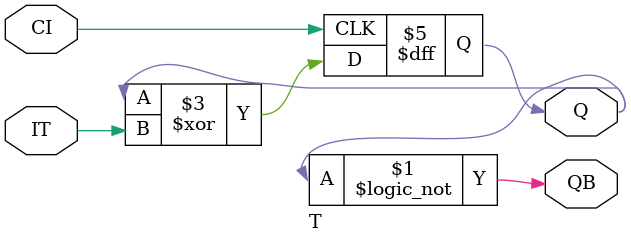
<source format=v>
module T(
    input IT,
    input CI,
    output reg Q,
    output wire QB
    );
initial begin Q<=0; end
assign QB=!Q;
always @ (negedge CI)  begin
   Q=Q^IT;
end
endmodule

</source>
